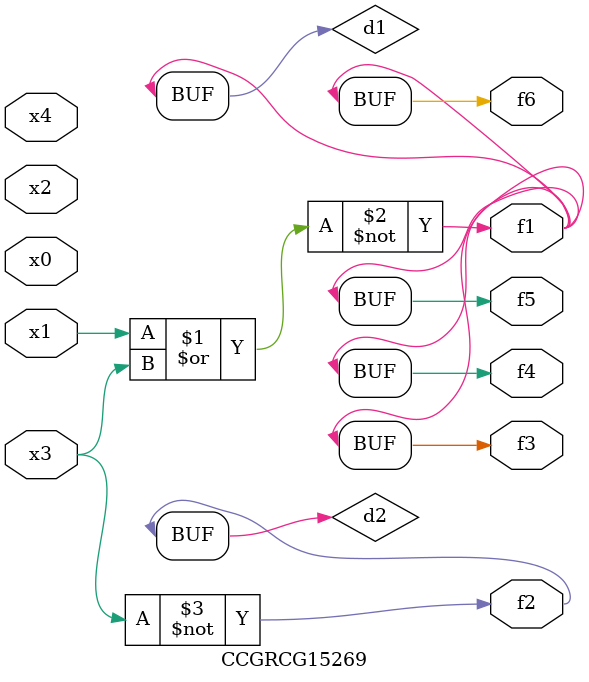
<source format=v>
module CCGRCG15269(
	input x0, x1, x2, x3, x4,
	output f1, f2, f3, f4, f5, f6
);

	wire d1, d2;

	nor (d1, x1, x3);
	not (d2, x3);
	assign f1 = d1;
	assign f2 = d2;
	assign f3 = d1;
	assign f4 = d1;
	assign f5 = d1;
	assign f6 = d1;
endmodule

</source>
